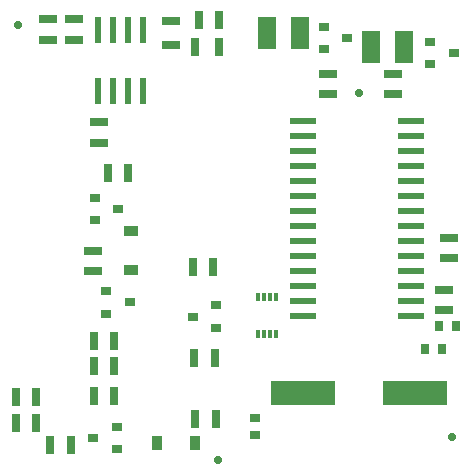
<source format=gbp>
%FSLAX24Y24*%
%MOIN*%
G70*
G01*
G75*
G04 Layer_Color=128*
%ADD10C,0.0098*%
%ADD11R,0.0299X0.0945*%
%ADD12R,0.0315X0.0354*%
%ADD13R,0.0354X0.0315*%
%ADD14R,0.0276X0.0394*%
%ADD15R,0.0236X0.0886*%
%ADD16R,0.0591X0.0295*%
%ADD17R,0.0295X0.0591*%
%ADD18R,0.0354X0.0315*%
%ADD19R,0.0492X0.0433*%
%ADD20R,0.0906X0.0906*%
%ADD21R,0.0197X0.0236*%
%ADD22R,0.0236X0.0197*%
%ADD23R,0.0394X0.0276*%
%ADD24R,0.0315X0.0630*%
%ADD25R,0.0846X0.0335*%
%ADD26C,0.0335*%
%ADD27R,0.0335X0.0846*%
%ADD28R,0.0886X0.0236*%
%ADD29C,0.0276*%
%ADD30C,0.0118*%
%ADD31C,0.0138*%
%ADD32C,0.0079*%
%ADD33C,0.0197*%
%ADD34O,0.0472X0.0394*%
%ADD35R,0.0472X0.0394*%
%ADD36O,0.0669X0.1181*%
%ADD37C,0.0380*%
%ADD38R,0.0630X0.0315*%
%ADD39R,0.0906X0.0236*%
%ADD40R,0.0630X0.1063*%
%ADD41R,0.0358X0.0480*%
%ADD42R,0.0480X0.0358*%
%ADD43R,0.0118X0.0295*%
%ADD44R,0.2165X0.0827*%
%ADD45C,0.0100*%
%ADD46C,0.0236*%
%ADD47C,0.0394*%
%ADD48C,0.0039*%
%ADD49C,0.0061*%
%ADD50R,0.0246X0.0433*%
%ADD51R,0.0433X0.0246*%
%ADD52R,0.0379X0.1025*%
%ADD53R,0.0395X0.0434*%
%ADD54R,0.0434X0.0395*%
%ADD55R,0.0356X0.0474*%
%ADD56R,0.0316X0.0966*%
%ADD57R,0.0671X0.0375*%
%ADD58R,0.0375X0.0671*%
%ADD59R,0.0434X0.0395*%
%ADD60R,0.0572X0.0513*%
%ADD61R,0.0986X0.0986*%
%ADD62R,0.0277X0.0316*%
%ADD63R,0.0316X0.0277*%
%ADD64R,0.0474X0.0356*%
%ADD65R,0.0395X0.0710*%
%ADD66R,0.0926X0.0415*%
%ADD67C,0.0415*%
%ADD68R,0.0415X0.0926*%
%ADD69R,0.0966X0.0316*%
%ADD70C,0.0827*%
%ADD71O,0.0552X0.0474*%
%ADD72R,0.0552X0.0474*%
%ADD73O,0.0749X0.1261*%
%ADD74R,0.0710X0.0395*%
%ADD75R,0.0986X0.0316*%
%ADD76R,0.0710X0.1143*%
%ADD77R,0.0438X0.0560*%
%ADD78R,0.0560X0.0438*%
%ADD79R,0.0150X0.0327*%
%ADD80R,0.2245X0.0907*%
D12*
X14173Y4252D02*
D03*
X14724D02*
D03*
X14646Y5000D02*
D03*
X15197D02*
D03*
D13*
X8504Y1378D02*
D03*
Y1929D02*
D03*
D15*
X3266Y12835D02*
D03*
Y14882D02*
D03*
X3766Y12835D02*
D03*
X4266D02*
D03*
X4766D02*
D03*
X3766Y14882D02*
D03*
X4266D02*
D03*
X4766D02*
D03*
D16*
X14803Y5522D02*
D03*
Y6211D02*
D03*
X14961Y7254D02*
D03*
Y7943D02*
D03*
X13110Y12726D02*
D03*
Y13415D02*
D03*
X10945Y12726D02*
D03*
Y13415D02*
D03*
X3307Y11112D02*
D03*
Y11801D02*
D03*
X3110Y6821D02*
D03*
Y7510D02*
D03*
X2480Y14537D02*
D03*
Y15226D02*
D03*
X1614Y14537D02*
D03*
Y15226D02*
D03*
D17*
X522Y1772D02*
D03*
X1211D02*
D03*
X522Y2638D02*
D03*
X1211D02*
D03*
X1663Y1024D02*
D03*
X2352D02*
D03*
X6427Y6969D02*
D03*
X7116D02*
D03*
X6506Y1890D02*
D03*
X7195D02*
D03*
X6467Y3937D02*
D03*
X7156D02*
D03*
X3120Y4488D02*
D03*
X3809D02*
D03*
X3120Y3661D02*
D03*
X3809D02*
D03*
X3593Y10118D02*
D03*
X4281D02*
D03*
X6624Y15197D02*
D03*
X7313D02*
D03*
X3120Y2677D02*
D03*
X3809D02*
D03*
D18*
X14331Y13720D02*
D03*
Y14468D02*
D03*
X15118Y14094D02*
D03*
X10787Y14232D02*
D03*
Y14980D02*
D03*
X11575Y14606D02*
D03*
X6417Y5315D02*
D03*
X7205Y4941D02*
D03*
Y5689D02*
D03*
X3110Y1260D02*
D03*
X3898Y886D02*
D03*
Y1634D02*
D03*
X3150Y8524D02*
D03*
Y9272D02*
D03*
X3937Y8898D02*
D03*
X3543Y5413D02*
D03*
Y6161D02*
D03*
X4331Y5787D02*
D03*
D24*
X6498Y14291D02*
D03*
X7285D02*
D03*
D29*
X7283Y551D02*
D03*
X591Y15039D02*
D03*
X15079Y1299D02*
D03*
X11978Y12776D02*
D03*
D38*
X5709Y14370D02*
D03*
Y15157D02*
D03*
D39*
X10089Y6333D02*
D03*
Y6833D02*
D03*
Y5333D02*
D03*
Y5833D02*
D03*
Y8333D02*
D03*
Y7333D02*
D03*
Y7833D02*
D03*
Y9833D02*
D03*
Y8833D02*
D03*
Y9333D02*
D03*
Y11333D02*
D03*
Y10333D02*
D03*
Y10833D02*
D03*
Y11833D02*
D03*
X13691Y7833D02*
D03*
Y6333D02*
D03*
Y5333D02*
D03*
Y5833D02*
D03*
Y6833D02*
D03*
Y7333D02*
D03*
Y8333D02*
D03*
Y8833D02*
D03*
Y9333D02*
D03*
Y9833D02*
D03*
Y10333D02*
D03*
Y11833D02*
D03*
Y10833D02*
D03*
Y11333D02*
D03*
D40*
X12362Y14291D02*
D03*
X13465D02*
D03*
X8898Y14764D02*
D03*
X10000D02*
D03*
D41*
X5222Y1102D02*
D03*
X6510D02*
D03*
D42*
X4370Y6876D02*
D03*
Y8163D02*
D03*
D43*
X8602Y5965D02*
D03*
X8996Y4744D02*
D03*
X8602D02*
D03*
X8799D02*
D03*
X9193D02*
D03*
X8799Y5965D02*
D03*
X8996D02*
D03*
X9193D02*
D03*
D44*
X10098Y2756D02*
D03*
X13839D02*
D03*
M02*

</source>
